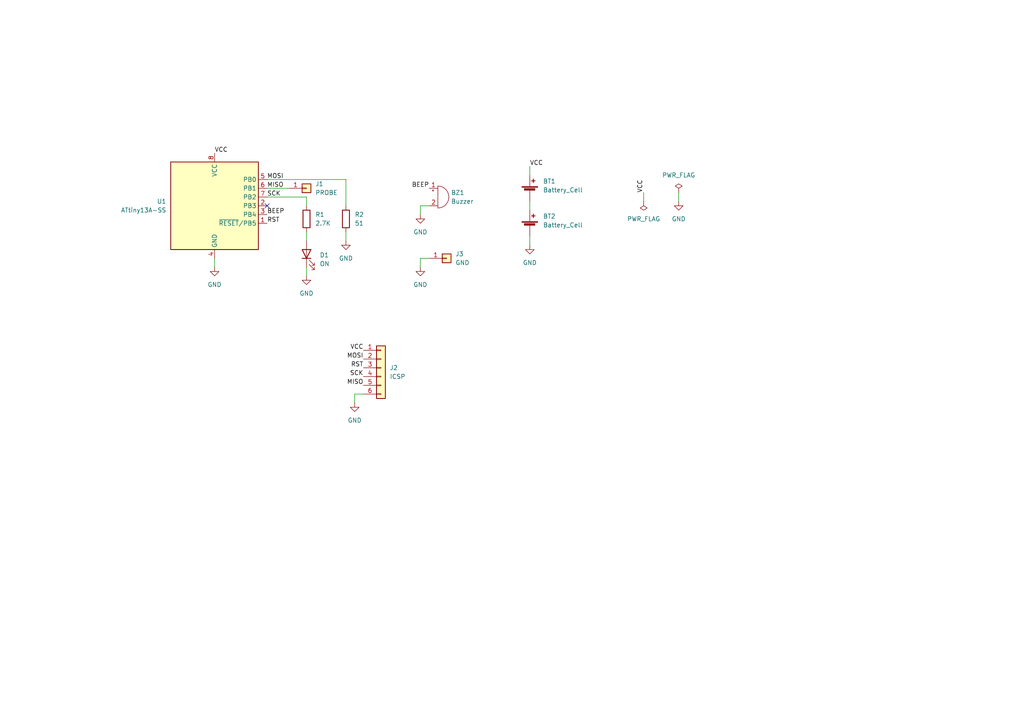
<source format=kicad_sch>
(kicad_sch (version 20211123) (generator eeschema)
  (paper "A4")
  (title_block (company "BG1REN"))
  (lib_symbols
    (symbol "Connector_Generic:Conn_01x01" (pin_names (offset 1.016) hide)
      (property "Reference" "J" (at 0 2.54 0))
      (property "Value" "Conn_01x01" (at 0 -2.54 0))
      (symbol "Conn_01x01_1_1"
        (rectangle (start -1.27 0.127) (end 0 -0.127) (stroke (width 0.1524)))
        (rectangle (start -1.27 1.27) (end 1.27 -1.27) (stroke (width 0.254)) (fill (type background)))
        (pin passive line (at -5.08 0 0) (length 3.81) (name "Pin_1") (number "1"))
      )
    )
    (symbol "Connector_Generic:Conn_01x06" (pin_names (offset 1.016) hide)
      (property "Reference" "J" (at 0 7.62 0))
      (property "Value" "Conn_01x06" (at 0 -10.16 0))
      (symbol "Conn_01x06_1_1"
        (rectangle (start -1.27 -7.493) (end 0 -7.747) (stroke (width 0.1524)))
        (rectangle (start -1.27 -4.953) (end 0 -5.207) (stroke (width 0.1524)))
        (rectangle (start -1.27 -2.413) (end 0 -2.667) (stroke (width 0.1524)))
        (rectangle (start -1.27 0.127) (end 0 -0.127) (stroke (width 0.1524)))
        (rectangle (start -1.27 2.667) (end 0 2.413) (stroke (width 0.1524)))
        (rectangle (start -1.27 5.207) (end 0 4.953) (stroke (width 0.1524)))
        (rectangle (start -1.27 6.35) (end 1.27 -8.89) (stroke (width 0.254)) (fill (type background)))
        (pin passive line (at -5.08 5.08 0) (length 3.81) (name "Pin_1") (number "1"))
        (pin passive line (at -5.08 2.54 0) (length 3.81) (name "Pin_2") (number "2"))
        (pin passive line (at -5.08 0 0) (length 3.81) (name "Pin_3") (number "3"))
        (pin passive line (at -5.08 -2.54 0) (length 3.81) (name "Pin_4") (number "4"))
        (pin passive line (at -5.08 -5.08 0) (length 3.81) (name "Pin_5") (number "5"))
        (pin passive line (at -5.08 -7.62 0) (length 3.81) (name "Pin_6") (number "6"))
      )
    )
    (symbol "Device:Battery_Cell" (pin_numbers hide) (pin_names (offset 0) hide)
      (property "Reference" "BT" (at 2.54 2.54 0))
      (property "Value" "Battery_Cell" (at 2.54 0 0))
      (symbol "Battery_Cell_0_1"
        (rectangle (start -2.286 1.778) (end 2.286 1.524) (fill (type outline)))
        (rectangle (start -1.5748 1.1938) (end 1.4732 0.6858) (fill (type outline)))
        (polyline (pts (xy 0 0.762) (xy 0 0)))
        (polyline (pts (xy 0 1.778) (xy 0 2.54)))
        (polyline (pts (xy 0.508 3.429) (xy 1.524 3.429)) (stroke (width 0.254)))
        (polyline (pts (xy 1.016 3.937) (xy 1.016 2.921)) (stroke (width 0.254)))
      )
      (symbol "Battery_Cell_1_1"
        (pin passive line (at 0 5.08 270) (length 2.54) (name "+") (number "1"))
        (pin passive line (at 0 -2.54 90) (length 2.54) (name "-") (number "2"))
      )
    )
    (symbol "Device:Buzzer" (pin_names (offset 0.0254) hide)
      (property "Reference" "BZ" (at 3.81 1.27 0))
      (property "Value" "Buzzer" (at 3.81 -1.27 0))
      (symbol "Buzzer_0_1"
        (arc (start 0 -3.175) (mid 3.175 0) (end 0 3.175))
        (polyline (pts (xy -1.651 1.905) (xy -1.143 1.905)))
        (polyline (pts (xy -1.397 2.159) (xy -1.397 1.651)))
        (polyline (pts (xy 0 3.175) (xy 0 -3.175)))
      )
      (symbol "Buzzer_1_1"
        (pin passive line (at -2.54 2.54 0) (length 2.54) (name "-") (number "1"))
        (pin passive line (at -2.54 -2.54 0) (length 2.54) (name "+") (number "2"))
      )
    )
    (symbol "Device:LED" (pin_numbers hide) (pin_names (offset 1.016) hide)
      (property "Reference" "D" (at 0 2.54 0))
      (property "Value" "LED" (at 0 -2.54 0))
      (symbol "LED_0_1"
        (polyline (pts (xy -1.27 -1.27) (xy -1.27 1.27)) (stroke (width 0.254)))
        (polyline (pts (xy -1.27 0) (xy 1.27 0)))
        (polyline (pts (xy 1.27 -1.27) (xy 1.27 1.27) (xy -1.27 0) (xy 1.27 -1.27)) (stroke (width 0.254)))
        (polyline (pts (xy -3.048 -0.762) (xy -4.572 -2.286) (xy -3.81 -2.286) (xy -4.572 -2.286) (xy -4.572 -1.524)))
        (polyline (pts (xy -1.778 -0.762) (xy -3.302 -2.286) (xy -2.54 -2.286) (xy -3.302 -2.286) (xy -3.302 -1.524)))
      )
      (symbol "LED_1_1"
        (pin passive line (at -3.81 0 0) (length 2.54) (name "K") (number "1"))
        (pin passive line (at 3.81 0 180) (length 2.54) (name "A") (number "2"))
      )
    )
    (symbol "Device:R" (pin_numbers hide) (pin_names (offset 0))
      (property "Reference" "R" (at 2.032 0 90))
      (property "Value" "R" (at 0 0 90))
      (symbol "R_0_1"
        (rectangle (start -1.016 -2.54) (end 1.016 2.54) (stroke (width 0.254)))
      )
      (symbol "R_1_1"
        (pin passive line (at 0 3.81 270) (length 1.27) (name "~") (number "1"))
        (pin passive line (at 0 -3.81 90) (length 1.27) (name "~") (number "2"))
      )
    )
    (symbol "MCU_Microchip_ATtiny:ATtiny13A-SS"
      (property "Reference" "U" (at -12.7 13.97 0))
      (property "Value" "ATtiny13A-SS" (at 2.54 -13.97 0))
      (symbol "ATtiny13A-SS_0_1"
        (rectangle (start -12.7 -12.7) (end 12.7 12.7) (stroke (width 0.254)) (fill (type background)))
      )
      (symbol "ATtiny13A-SS_1_1"
        (pin bidirectional line (at 15.24 -5.08 180) (length 2.54) (name "~{RESET}/PB5") (number "1"))
        (pin bidirectional line (at 15.24 0 180) (length 2.54) (name "PB3") (number "2"))
        (pin bidirectional line (at 15.24 -2.54 180) (length 2.54) (name "PB4") (number "3"))
        (pin power_in line (at 0 -15.24 90) (length 2.54) (name "GND") (number "4"))
        (pin bidirectional line (at 15.24 7.62 180) (length 2.54) (name "PB0") (number "5"))
        (pin bidirectional line (at 15.24 5.08 180) (length 2.54) (name "PB1") (number "6"))
        (pin bidirectional line (at 15.24 2.54 180) (length 2.54) (name "PB2") (number "7"))
        (pin power_in line (at 0 15.24 270) (length 2.54) (name "VCC") (number "8"))
      )
    )
    (symbol "power:GND" (power) (pin_names (offset 0))
      (property "Value" "GND" (at 0 -3.81 0))
      (symbol "GND_0_1"
        (polyline (pts (xy 0 0) (xy 0 -1.27) (xy 1.27 -1.27) (xy 0 -2.54) (xy -1.27 -1.27) (xy 0 -1.27)))
      )
      (symbol "GND_1_1"
        (pin power_in line (at 0 0 270) (length 0) hide (name "GND") (number "1"))
      )
    )
    (symbol "power:PWR_FLAG" (power) (pin_numbers hide) (pin_names (offset 0) hide)
      (property "Value" "PWR_FLAG" (at 0 3.81 0))
      (symbol "PWR_FLAG_0_0"
        (pin power_out line (at 0 0 90) (length 0) (name "pwr") (number "1"))
      )
      (symbol "PWR_FLAG_0_1"
        (polyline (pts (xy 0 0) (xy 0 1.27) (xy -1.016 1.905) (xy 0 2.54) (xy 1.016 1.905) (xy 0 1.27)))
      )
    )
  )
  (no_connect (at 77.47 59.69))
  (wire (pts (xy 124.46 59.69) (xy 121.92 59.69)))
  (wire (pts (xy 153.67 48.26) (xy 153.67 50.8)))
  (wire (pts (xy 77.47 52.07) (xy 100.33 52.07)))
  (wire (pts (xy 121.92 59.69) (xy 121.92 62.23)))
  (wire (pts (xy 100.33 67.31) (xy 100.33 69.85)))
  (wire (pts (xy 153.67 68.58) (xy 153.67 71.12)))
  (wire (pts (xy 196.85 55.88) (xy 196.85 58.42)))
  (wire (pts (xy 62.23 74.93) (xy 62.23 77.47)))
  (wire (pts (xy 88.9 67.31) (xy 88.9 69.85)))
  (wire (pts (xy 77.47 54.61) (xy 83.82 54.61)))
  (wire (pts (xy 88.9 57.15) (xy 88.9 59.69)))
  (wire (pts (xy 100.33 52.07) (xy 100.33 59.69)))
  (wire (pts (xy 121.92 74.93) (xy 121.92 77.47)))
  (wire (pts (xy 153.67 58.42) (xy 153.67 60.96)))
  (wire (pts (xy 186.69 55.88) (xy 186.69 58.42)))
  (wire (pts (xy 88.9 77.47) (xy 88.9 80.01)))
  (wire (pts (xy 77.47 57.15) (xy 88.9 57.15)))
  (wire (pts (xy 102.87 114.3) (xy 102.87 116.84)))
  (wire (pts (xy 124.46 74.93) (xy 121.92 74.93)))
  (wire (pts (xy 105.41 114.3) (xy 102.87 114.3)))
  (label "VCC" (at 153.67 48.26 0))
  (label "MOSI" (at 77.47 52.07 0))
  (label "VCC" (at 62.23 44.45 0))
  (label "BEEP" (at 124.46 54.61 180))
  (label "SCK" (at 105.41 109.22 180))
  (label "SCK" (at 77.47 57.15 0))
  (label "MISO" (at 77.47 54.61 0))
  (label "MOSI" (at 105.41 104.14 180))
  (label "RST" (at 105.41 106.68 180))
  (label "BEEP" (at 77.47 62.23 0))
  (label "VCC" (at 186.69 55.88 90))
  (label "MISO" (at 105.41 111.76 180))
  (label "RST" (at 77.47 64.77 0))
  (label "VCC" (at 105.41 101.6 180))
  (symbol (lib_id "Connector_Generic:Conn_01x01") (at 88.9 54.61 0) (unit 1)
    (property "Reference" "J1" (at 91.44 53.3399 0) (effects (justify left)))
    (property "Value" "PROBE" (at 91.44 55.8799 0) (effects (justify left)))
    (property "Footprint" "Connector_PinHeader_2.54mm:PinHeader_1x01_P2.54mm_Vertical" (effects hide))
  )
  (symbol (lib_id "power:GND") (at 121.92 77.47 0) (unit 1)
    (property "Reference" "#PWR08" (effects hide))
    (property "Value" "GND" (at 121.92 82.55 0))
  )
  (symbol (lib_id "power:PWR_FLAG") (at 186.69 58.42 180) (unit 1)
    (property "Reference" "#FLG01" (effects hide))
    (property "Value" "PWR_FLAG" (at 186.69 63.5 0))
  )
  (symbol (lib_id "MCU_Microchip_ATtiny:ATtiny13A-SS") (at 62.23 59.69 0) (unit 1)
    (property "Reference" "U1" (at 48.26 58.4199 0) (effects (justify right)))
    (property "Value" "ATtiny13A-SS" (at 48.26 60.9599 0) (effects (justify right)))
    (property "Footprint" "Package_SO:SOIC-8_3.9x4.9mm_P1.27mm" (effects hide))
    (property "Datasheet" "http://ww1.microchip.com/downloads/en/DeviceDoc/doc8126.pdf" (effects hide))
  )
  (symbol (lib_id "Connector_Generic:Conn_01x01") (at 129.54 74.93 0) (unit 1)
    (property "Reference" "J3" (at 132.08 73.6599 0) (effects (justify left)))
    (property "Value" "GND" (at 132.08 76.1999 0) (effects (justify left)))
    (property "Footprint" "Connector_PinHeader_2.54mm:PinHeader_1x01_P2.54mm_Vertical" (effects hide))
  )
  (symbol (lib_id "Connector_Generic:Conn_01x06") (at 110.49 106.68 0) (unit 1)
    (property "Reference" "J2" (at 113.03 106.6799 0) (effects (justify left)))
    (property "Value" "ICSP" (at 113.03 109.2199 0) (effects (justify left)))
    (property "Footprint" "Connector_PinHeader_2.00mm:PinHeader_1x06_P2.00mm_Vertical" (effects hide))
  )
  (symbol (lib_id "power:GND") (at 153.67 71.12 0) (unit 1)
    (property "Reference" "#PWR05" (effects hide))
    (property "Value" "GND" (at 153.67 76.2 0))
  )
  (symbol (lib_id "power:GND") (at 100.33 69.85 0) (unit 1)
    (property "Reference" "#PWR03" (effects hide))
    (property "Value" "GND" (at 100.33 74.93 0))
  )
  (symbol (lib_id "power:GND") (at 88.9 80.01 0) (unit 1)
    (property "Reference" "#PWR02" (effects hide))
    (property "Value" "GND" (at 88.9 85.09 0))
  )
  (symbol (lib_id "Device:LED") (at 88.9 73.66 90) (unit 1)
    (property "Reference" "D1" (at 92.71 73.9774 90) (effects (justify right)))
    (property "Value" "ON" (at 92.71 76.5174 90) (effects (justify right)))
    (property "Footprint" "LED_SMD:LED_0805_2012Metric_Pad1.15x1.40mm_HandSolder" (effects hide))
  )
  (symbol (lib_id "Device:R") (at 88.9 63.5 180) (unit 1)
    (property "Reference" "R1" (at 91.44 62.2299 0) (effects (justify right)))
    (property "Value" "2.7K" (at 91.44 64.7699 0) (effects (justify right)))
    (property "Footprint" "Resistor_SMD:R_0805_2012Metric_Pad1.20x1.40mm_HandSolder" (effects hide))
  )
  (symbol (lib_id "power:GND") (at 196.85 58.42 0) (unit 1)
    (property "Reference" "#PWR07" (effects hide))
    (property "Value" "GND" (at 196.85 63.5 0))
  )
  (symbol (lib_id "Device:R") (at 100.33 63.5 180) (unit 1)
    (property "Reference" "R2" (at 102.87 62.2299 0) (effects (justify right)))
    (property "Value" "51" (at 102.87 64.7699 0) (effects (justify right)))
    (property "Footprint" "Resistor_SMD:R_0805_2012Metric_Pad1.20x1.40mm_HandSolder" (effects hide))
  )
  (symbol (lib_id "power:PWR_FLAG") (at 196.85 55.88 0) (unit 1)
    (property "Reference" "#FLG02" (effects hide))
    (property "Value" "PWR_FLAG" (at 196.85 50.8 0))
  )
  (symbol (lib_id "power:GND") (at 102.87 116.84 0) (unit 1)
    (property "Reference" "#PWR06" (effects hide))
    (property "Value" "GND" (at 102.87 121.92 0))
  )
  (symbol (lib_id "Device:Buzzer") (at 127 57.15 0) (unit 1)
    (property "Reference" "BZ1" (at 130.81 55.8799 0) (effects (justify left)))
    (property "Value" "Buzzer" (at 130.81 58.4199 0) (effects (justify left)))
    (property "Footprint" "Buzzer_Beeper:Buzzer_Murata_PKLCS1212E" (effects hide))
  )
  (symbol (lib_id "Device:Battery_Cell") (at 153.67 66.04 0) (unit 1)
    (property "Reference" "BT2" (at 157.48 62.7379 0) (effects (justify left)))
    (property "Value" "Battery_Cell" (at 157.48 65.2779 0) (effects (justify left)))
    (property "Footprint" "bg1ren:BatteryHolder_LR44_THT" (effects hide))
  )
  (symbol (lib_id "power:GND") (at 62.23 77.47 0) (unit 1)
    (property "Reference" "#PWR01" (effects hide))
    (property "Value" "GND" (at 62.23 82.55 0))
  )
  (symbol (lib_id "power:GND") (at 121.92 62.23 0) (unit 1)
    (property "Reference" "#PWR04" (effects hide))
    (property "Value" "GND" (at 121.92 67.31 0))
  )
  (symbol (lib_id "Device:Battery_Cell") (at 153.67 55.88 0) (unit 1)
    (property "Reference" "BT1" (at 157.48 52.5779 0) (effects (justify left)))
    (property "Value" "Battery_Cell" (at 157.48 55.1179 0) (effects (justify left)))
    (property "Footprint" "bg1ren:BatteryHolder_LR44_THT" (effects hide))
  )
)
</source>
